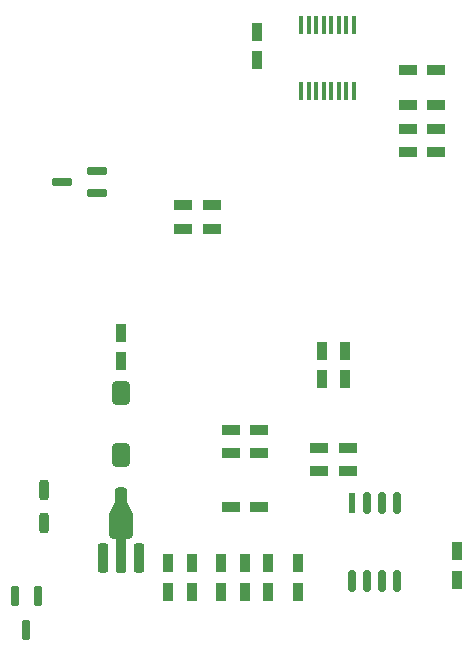
<source format=gbp>
G04 #@! TF.GenerationSoftware,KiCad,Pcbnew,7.0.8*
G04 #@! TF.CreationDate,2024-02-28T21:30:22+09:00*
G04 #@! TF.ProjectId,KT0913_Digital_Radio,4b543039-3133-45f4-9469-676974616c5f,rev?*
G04 #@! TF.SameCoordinates,Original*
G04 #@! TF.FileFunction,Paste,Bot*
G04 #@! TF.FilePolarity,Positive*
%FSLAX46Y46*%
G04 Gerber Fmt 4.6, Leading zero omitted, Abs format (unit mm)*
G04 Created by KiCad (PCBNEW 7.0.8) date 2024-02-28 21:30:22*
%MOMM*%
%LPD*%
G01*
G04 APERTURE LIST*
G04 Aperture macros list*
%AMRoundRect*
0 Rectangle with rounded corners*
0 $1 Rounding radius*
0 $2 $3 $4 $5 $6 $7 $8 $9 X,Y pos of 4 corners*
0 Add a 4 corners polygon primitive as box body*
4,1,4,$2,$3,$4,$5,$6,$7,$8,$9,$2,$3,0*
0 Add four circle primitives for the rounded corners*
1,1,$1+$1,$2,$3*
1,1,$1+$1,$4,$5*
1,1,$1+$1,$6,$7*
1,1,$1+$1,$8,$9*
0 Add four rect primitives between the rounded corners*
20,1,$1+$1,$2,$3,$4,$5,0*
20,1,$1+$1,$4,$5,$6,$7,0*
20,1,$1+$1,$6,$7,$8,$9,0*
20,1,$1+$1,$8,$9,$2,$3,0*%
%AMOutline4P*
0 Free polygon, 4 corners , with rotation*
0 The origin of the aperture is its center*
0 number of corners: always 4*
0 $1 to $8 corner X, Y*
0 $9 Rotation angle, in degrees counterclockwise*
0 create outline with 4 corners*
4,1,4,$1,$2,$3,$4,$5,$6,$7,$8,$1,$2,$9*%
G04 Aperture macros list end*
%ADD10RoundRect,0.230000X0.230000X-0.570000X0.230000X0.570000X-0.230000X0.570000X-0.230000X-0.570000X0*%
%ADD11RoundRect,0.230000X0.570000X0.230000X-0.570000X0.230000X-0.570000X-0.230000X0.570000X-0.230000X0*%
%ADD12RoundRect,0.230000X-0.570000X-0.230000X0.570000X-0.230000X0.570000X0.230000X-0.570000X0.230000X0*%
%ADD13RoundRect,0.200000X-0.200000X0.650000X-0.200000X-0.650000X0.200000X-0.650000X0.200000X0.650000X0*%
%ADD14RoundRect,0.230000X-0.230000X0.570000X-0.230000X-0.570000X0.230000X-0.570000X0.230000X0.570000X0*%
%ADD15R,0.600000X1.800000*%
%ADD16RoundRect,0.150000X-0.150000X0.750000X-0.150000X-0.750000X0.150000X-0.750000X0.150000X0.750000X0*%
%ADD17RoundRect,0.100000X-0.100000X0.700000X-0.100000X-0.700000X0.100000X-0.700000X0.100000X0.700000X0*%
%ADD18RoundRect,0.400000X-0.400000X0.600000X-0.400000X-0.600000X0.400000X-0.600000X0.400000X0.600000X0*%
%ADD19RoundRect,0.162500X0.712500X0.162500X-0.712500X0.162500X-0.712500X-0.162500X0.712500X-0.162500X0*%
%ADD20RoundRect,0.162500X-0.162500X0.712500X-0.162500X-0.712500X0.162500X-0.712500X0.162500X0.712500X0*%
%ADD21RoundRect,0.270000X0.180000X0.980000X-0.180000X0.980000X-0.180000X-0.980000X0.180000X-0.980000X0*%
%ADD22RoundRect,0.225000X0.225000X1.475000X-0.225000X1.475000X-0.225000X-1.475000X0.225000X-1.475000X0*%
%ADD23RoundRect,0.270000X-0.730000X-0.030000X0.730000X-0.030000X0.730000X0.030000X-0.730000X0.030000X0*%
%ADD24R,2.000000X1.850000*%
%ADD25Outline4P,-0.500000X-0.500000X0.500000X-0.500000X1.000000X0.500000X-1.000000X0.500000X180.000000*%
%ADD26RoundRect,0.250000X0.250000X1.150000X-0.250000X1.150000X-0.250000X-1.150000X0.250000X-1.150000X0*%
G04 APERTURE END LIST*
D10*
X112500000Y-88700000D03*
X112500000Y-86300000D03*
D11*
X139200000Y-64000000D03*
X136800000Y-64000000D03*
D12*
X117800000Y-77500000D03*
X120200000Y-77500000D03*
D11*
X139200000Y-69000000D03*
X136800000Y-69000000D03*
D12*
X121800000Y-96500000D03*
X124200000Y-96500000D03*
D13*
X106000000Y-99600000D03*
X106000000Y-102400000D03*
D14*
X124000000Y-60800000D03*
X124000000Y-63200000D03*
D15*
X132095000Y-100700000D03*
D16*
X133365000Y-100700000D03*
X134635000Y-100700000D03*
X135905000Y-100700000D03*
X135905000Y-107300000D03*
X134635000Y-107300000D03*
X133365000Y-107300000D03*
X132095000Y-107300000D03*
D17*
X127777500Y-60200000D03*
X128412500Y-60200000D03*
X129047500Y-60200000D03*
X129682500Y-60200000D03*
X130317500Y-60200000D03*
X130952500Y-60200000D03*
X131587500Y-60200000D03*
X132222500Y-60200000D03*
X132222500Y-65800000D03*
X131587500Y-65800000D03*
X130952500Y-65800000D03*
X130317500Y-65800000D03*
X129682500Y-65800000D03*
X129047500Y-65800000D03*
X128412500Y-65800000D03*
X127777500Y-65800000D03*
D14*
X116500000Y-105800000D03*
X116500000Y-108200000D03*
D11*
X139200000Y-71000000D03*
X136800000Y-71000000D03*
D14*
X118500000Y-105800000D03*
X118500000Y-108200000D03*
D10*
X121000000Y-108200000D03*
X121000000Y-105800000D03*
D11*
X131700000Y-96000000D03*
X129300000Y-96000000D03*
D10*
X131500000Y-90200000D03*
X131500000Y-87800000D03*
D18*
X112500000Y-91400000D03*
X112500000Y-96600000D03*
D10*
X129500000Y-90200000D03*
X129500000Y-87800000D03*
D14*
X127500000Y-105800000D03*
X127500000Y-108200000D03*
D11*
X139200000Y-67000000D03*
X136800000Y-67000000D03*
X131700000Y-98000000D03*
X129300000Y-98000000D03*
D10*
X123000000Y-108200000D03*
X123000000Y-105800000D03*
D19*
X110450000Y-72550000D03*
X110450000Y-74450000D03*
X107550000Y-73500000D03*
D14*
X141000000Y-104800000D03*
X141000000Y-107200000D03*
D20*
X103550000Y-108550000D03*
X105450000Y-108550000D03*
X104500000Y-111450000D03*
D12*
X121800000Y-101000000D03*
X124200000Y-101000000D03*
D11*
X120200000Y-75500000D03*
X117800000Y-75500000D03*
D21*
X114000000Y-105350000D03*
D22*
X112500000Y-104900000D03*
D23*
X112500000Y-103400000D03*
D24*
X112500000Y-102575000D03*
D25*
X112500000Y-101150000D03*
D26*
X112500000Y-100800000D03*
D21*
X111000000Y-105350000D03*
D14*
X125000000Y-105800000D03*
X125000000Y-108200000D03*
D12*
X121800000Y-94500000D03*
X124200000Y-94500000D03*
M02*

</source>
